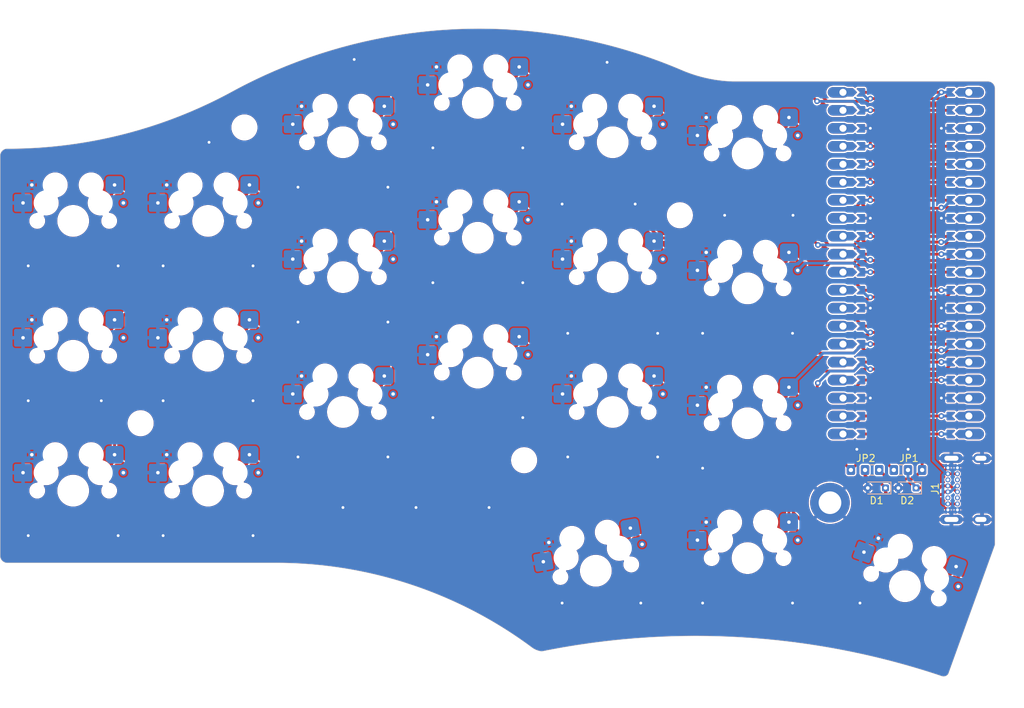
<source format=kicad_pcb>
(kicad_pcb (version 20240108) (generator "pcbnew") (generator_version "8.0")
  (layers (0 "F.Cu" signal) (31 "B.Cu" signal) (34 "B.Paste" user) (35 "F.Paste" user) (36 "B.SilkS" user "B.Silkscreen") (37 "F.SilkS" user "F.Silkscreen") (38 "B.Mask" user) (39 "F.Mask" user) (44 "Edge.Cuts" user))
  (net 0 "")
  (net 1 "SW1")
  (net 2 "SW2")
  (net 3 "SW3")
  (net 4 "GND")
  (net 5 "SW4")
  (net 6 "SW5")
  (net 7 "SW6")
  (net 8 "SW7")
  (net 9 "SW8")
  (net 10 "SW9")
  (net 11 "SW10")
  (net 12 "SW11")
  (net 13 "SW12")
  (net 14 "SW13")
  (net 15 "SW14")
  (net 16 "SW15")
  (net 17 "TX")
  (net 18 "RX")
  (net 23 "D+")
  (net 24 "D-")
  (net 25 "SW17")
  (net 26 "SW18")
  (net 27 "SW16")
  (net 28 "SW19")
  (net 35 "SW20")
  (net 36 "SW21")
  (net 47 "+5V")
  (footprint "local:SW_Hotswap_Kailh_MX_DS_1.00u" (layer "F.Cu") (at 144.4625 97.63125)
    (property "Reference" "SW16")
    (property "Value" "SW_Push")
  )
  (footprint "local:SW_Hotswap_Kailh_MX_DS_1.00u" (layer "F.Cu") (at 144.4625 59.53125)
    (property "Reference" "SW4")
    (property "Value" "SW_Push")
  )
  (footprint "local:R_0805_2012Metric_Pad1.20x1.40mm_Jumper_HandSolder" (layer "F.Cu") (at 204.216 111.379)
    (property "Reference" "JP1")
    (property "Value" "SolderJumper_3_Open")
  )
  (footprint "local:USB_C_Receptacle_JBL" (layer "F.Cu") (at 214.4 114.046 90)
    (property "Reference" "J1")
    (property "Value" "USB_C_Receptacle_USB2.0")
  )
  (footprint "local:SW_Hotswap_Kailh_MX_DS_1.00u" (layer "F.Cu") (at 163.5125 65.0875)
    (property "Reference" "SW5")
    (property "Value" "SW_Push")
  )
  (footprint "local:SW_Hotswap_Kailh_MX_DS_1.00u" (layer "F.Cu") (at 87.3125 76.2)
    (property "Reference" "SW1")
    (property "Value" "SW_Push")
  )
  (footprint "local:SW_Hotswap_Kailh_MX_DS_1.00u" (layer "F.Cu") (at 125.4125 103.1875)
    (property "Reference" "SW15")
    (property "Value" "SW_Push")
  )
  (footprint "local:SW_Hotswap_Kailh_MX_DS_1.00u" (layer "F.Cu") (at 182.5625 66.675)
    (property "Reference" "SW6")
    (property "Value" "SW_Push")
  )
  (footprint "MountingHole:MountingHole_3.2mm_M3_DIN965_Pad" (layer "F.Cu") (at 194.2 116)
    (property "Reference" "H5" (hide yes))
    (property "Value" "MountingHole_Pad")
  )
  (footprint "MountingHole:MountingHole_3.2mm_M3" (layer "F.Cu") (at 151 110)
    (property "Reference" "H4" (hide yes))
    (property "Value" "MountingHole")
  )
  (footprint "local:SW_Hotswap_Kailh_MX_DS_1.00u" (layer "F.Cu") (at 182.5625 104.775)
    (property "Reference" "SW18")
    (property "Value" "SW_Push")
  )
  (footprint "local:RaspberryPi_Pico_Common_Reversable" (layer "F.Cu") (at 204.922091 82.172727)
    (property "Reference" "U1" (hide yes))
    (property "Value" "RaspberryPi_Pico")
  )
  (footprint "local:SW_Hotswap_Kailh_MX_DS_1.00u" (layer "F.Cu") (at 125.4125 65.0875)
    (property "Reference" "SW3")
    (property "Value" "SW_Push")
  )
  (footprint "local:SW_Hotswap_Kailh_MX_DS_1.00u" (layer "F.Cu") (at 163.5125 103.1875)
    (property "Reference" "SW17")
    (property "Value" "SW_Push")
  )
  (footprint "local:SW_Hotswap_Kailh_MX_DS_1.00u" (layer "F.Cu") (at 87.3125 114.3)
    (property "Reference" "SW13")
    (property "Value" "SW_Push")
  )
  (footprint "local:SW_Hotswap_Kailh_MX_DS_1.00u" (layer "F.Cu") (at 106.3625 95.25)
    (property "Reference" "SW8")
    (property "Value" "SW_Push")
  )
  (footprint "local:SW_Hotswap_Kailh_MX_DS_1.00u" (layer "F.Cu") (at 163.5125 84.1375)
    (property "Reference" "SW11")
    (property "Value" "SW_Push")
  )
  (footprint "local:MountingHole_3.2mm_M3" (layer "F.Cu") (at 111.5 63)
    (property "Reference" "H2" (hide yes))
    (property "Value" "MountingHole")
  )
  (footprint "local:SW_Hotswap_Kailh_MX_DS_1.00u" (layer "F.Cu") (at 106.3625 76.2)
    (property "Reference" "SW2")
    (property "Value" "SW_Push")
  )
  (footprint "local:D_SOD-323_TH_HandSoldering" (layer "F.Cu") (at 205.105 113.919 180)
    (property "Reference" "D2")
    (property "Value" "ESD5Zxx")
  )
  (footprint "local:SW_Hotswap_Kailh_MX_DS_1.00u" (layer "F.Cu") (at 125.4125 84.1375)
    (property "Reference" "SW9")
    (property "Value" "SW_Push")
  )
  (footprint "local:SW_Hotswap_Kailh_MX_DS_1.00u" (layer "F.Cu") (at 182.5625 85.725)
    (property "Reference" "SW12")
    (property "Value" "SW_Push")
  )
  (footprint "local:SW_Hotswap_Kailh_MX_DS_1.00u" (layer "F.Cu") (at 161.13125 125.61 10)
    (property "Reference" "SW19")
    (property "Value" "SW_Push")
  )
  (footprint "local:SW_Hotswap_Kailh_MX_DS_1.00u" (layer "F.Cu") (at 182.5625 123.825)
    (property "Reference" "SW20")
    (property "Value" "SW_Push")
  )
  (footprint "local:D_SOD-323_TH_HandSoldering" (layer "F.Cu") (at 200.787 113.919 180)
    (property "Reference" "D1")
    (property "Value" "ESD5Zxx")
  )
  (footprint "local:SW_Hotswap_Kailh_MX_DS_1.00u" (layer "F.Cu") (at 106.3625 114.3)
    (property "Reference" "SW14")
    (property "Value" "SW_Push")
  )
  (footprint "local:R_0805_2012Metric_Pad1.20x1.40mm_Jumper_HandSolder" (layer "F.Cu") (at 200.152 111.379 180)
    (property "Reference" "JP2")
    (property "Value" "SolderJumper_3_Open")
  )
  (footprint "local:SW_Hotswap_Kailh_MX_DS_1.00u" (layer "F.Cu") (at 144.4625 78.58125)
    (property "Reference" "SW10")
    (property "Value" "SW_Push")
  )
  (footprint "local:MountingHole_3.2mm_M3" (layer "F.Cu") (at 173 75.4)
    (property "Reference" "H1" (hide yes))
    (property "Value" "MountingHole")
  )
  (footprint "local:SW_Hotswap_Kailh_MX_DS_1.00u" (layer "F.Cu") (at 204.7875 127.79375 -20)
    (property "Reference" "SW21")
    (property "Value" "SW_Push")
  )
  (footprint "local:MountingHole_3.2mm_M3" (layer "F.Cu") (at 96.8375 104.775)
    (property "Reference" "H3" (hide yes))
    (property "Value" "MountingHole")
  )
  (footprint "local:SW_Hotswap_Kailh_MX_DS_1.00u" (layer "F.Cu") (at 87.3125 95.25)
    (property "Reference" "SW7")
    (property "Value" "SW_Push")
  )
  (gr_arc (start 110 57.8) (mid 94.519524 63.927412) (end 78 66) (stroke (width 0.05)) (layer "Edge.Cuts"))
  (gr_arc (start 180.5 56.5) (mid 176.932547 56.064779) (end 173.5 55) (stroke (width 0.05)) (layer "Edge.Cuts"))
  (gr_arc (start 78 124.5) (mid 77.292893 124.207107) (end 77 123.5) (stroke (width 0.05)) (layer "Edge.Cuts"))
  (gr_arc (start 210.907793 140.188529) (mid 210.506568 140.497778) (end 210 140.5) (stroke (width 0.05)) (layer "Edge.Cuts"))
  (gr_arc (start 153.5 137) (mid 181.980392 135.030817) (end 210 140.5) (stroke (width 0.05)) (layer "Edge.Cuts"))
  (gr_arc (start 153.5 137) (mid 152.740433 136.807446) (end 152.059158 136.4203) (stroke (width 0.05)) (layer "Edge.Cuts"))
  (gr_line (start 78 124.5) (end 116 124.5) (stroke (width 0.05)) (layer "Edge.Cuts"))
  (gr_line (start 210.907793 140.188529) (end 217.5 121.95) (stroke (width 0.05)) (layer "Edge.Cuts"))
  (gr_arc (start 116 124.5) (mid 134.989184 127.557325) (end 152.059158 136.420301) (stroke (width 0.05)) (layer "Edge.Cuts"))
  (gr_arc (start 216.5 56.5) (mid 217.207107 56.792893) (end 217.5 57.5) (stroke (width 0.05)) (layer "Edge.Cuts"))
  (gr_arc (start 77 67) (mid 77.292893 66.292893) (end 78 66) (stroke (width 0.05)) (layer "Edge.Cuts"))
  (gr_line (start 217.5 57.5) (end 217.5 121.95) (stroke (width 0.05)) (layer "Edge.Cuts"))
  (gr_line (start 77 67) (end 77 123.5) (stroke (width 0.05)) (layer "Edge.Cuts"))
  (gr_line (start 180.5 56.5) (end 216.5 56.5) (stroke (width 0.05)) (layer "Edge.Cuts"))
  (gr_arc (start 110 57.8) (mid 141.42879 49.115428) (end 173.5 55) (stroke (width 0.05)) (layer "Edge.Cuts"))
  (segment (start 114.427 67.945) (end 100.1125 67.945) (width 0.4) (layer "F.Cu") (net 1))
  (segment (start 193.783364 59.309) (end 192.272091 57.797727) (width 0.4) (layer "F.Cu") (net 1))
  (segment (start 199.870086 58.928) (end 199.517 59.281086) (width 0.4) (layer "F.Cu") (net 1))
  (segment (start 210.2702 58.928) (end 199.870086 58.928) (width 0.4) (layer "F.Cu") (net 1))
  (segment (start 115.351 59.449) (end 115.351 67.021) (width 0.4) (layer "F.Cu") (net 1))
  (segment (start 94.3975 72.363) (end 93.1545 71.12) (width 0.4) (layer "F.Cu") (net 1))
  (segment (start 137 50.6) (end 130.9 56.7) (width 0.4) (layer "F.Cu") (net 1))
  (segment (start 130.9 56.7) (end 118.1 56.7) (width 0.4) (layer "F.Cu") (net 1))
  (segment (start 118.1 56.7) (end 115.351 59.449) (width 0.4) (layer "F.Cu") (net 1))
  (segment (start 157.797056 56.2) (end 152.197056 50.6) (width 0.4) (layer "F.Cu") (net 1))
  (segment (start 190.951472 57.797727) (end 190.949199 57.8) (width 0.4) (layer "F.Cu") (net 1))
  (segment (start 192.272091 57.797727) (end 190.951472 57.797727) (width 0.4) (layer "F.Cu") (net 1))
  (segment (start 174.297056 57.8) (end 172.697056 56.2) (width 0.4) (layer "F.Cu") (net 1))
  (segment (start 172.697056 56.2) (end 157.797056 56.2) (width 0.4) (layer "F.Cu") (net 1))
  (segment (start 199.517 59.309) (end 193.783364 59.309) (width 0.4) (layer "F.Cu") (net 1))
  (segment (start 152.197056 50.6) (end 137 50.6) (width 0.4) (layer "F.Cu") (net 1))
  (segment (start 190.949199 57.8) (end 174.297056 57.8) (width 0.4) (layer "F.Cu") (net 1))
  (segment (start 211.018091 58.180109) (end 210.2702 58.928) (width 0.4) (layer "F.Cu") (net 1))
  (segment (start 199.517 59.281086) (end 199.517 59.309) (width 0.4) (layer "F.Cu") (net 1))
  (segment (start 100.1125 67.945) (end 94.3975 73.66) (width 0.4) (layer "F.Cu") (net 1))
  (segment (start 94.3975 73.66) (end 94.3975 72.363) (width 0.4) (layer "F.Cu") (net 1))
  (segment (start 115.351 67.021) (end 114.427 67.945) (width 0.4) (layer "F.Cu") (net 1))
  (via (at 199.898 58.928) (size 0.8) (drill 0.4) (layers "F.Cu" "B.Cu") (net 1))
  (segment (start 199.439543 58.928) (end 198.749891 58.238348) (width 0.4) (layer "B.Cu") (net 1))
  (segment (start 199.898 58.928) (end 199.439543 58.928) (width 0.4) (layer "B.Cu") (net 1))
  (segment (start 198.749891 58.238348) (end 198.749891 58.042727) (width 0.4) (layer "B.Cu") (net 1))
  (segment (start 113.4475 73.66) (end 113.4475 72.363) (width 0.4) (layer "F.Cu") (net 2))
  (segment (start 199.853164 60.579) (end 210.860436 60.579) (width 0.4) (layer "F.Cu") (net 2))
  (segment (start 172.448528 56.8) (end 174.048528 58.4) (width 0.4) (layer "F.Cu") (net 2))
  (segment (start 113.4475 73.66) (end 115.951 71.1565) (width 0.4) (layer "F.Cu") (net 2))
  (segment (start 131.2 57.3) (end 137.3 51.2) (width 0.4) (layer "F.Cu") (net 2))
  (segment (start 151.948528 51.2) (end 157.548528 56.8) (width 0.4) (layer "F.Cu") (net 2))
  (segment (start 115.951 59.697528) (end 118.348528 57.3) (width 0.4) (layer "F.Cu") (net 2))
  (segment (start 174.048528 58.4) (end 191.197727 58.4) (width 0.4) (layer "F.Cu") (net 2))
  (segment (start 118.348528 57.3) (end 131.2 57.3) (width 0.4) (layer "F.Cu") (net 2))
  (segment (start 191.472091 58.397727) (end 192.372091 59.297727) (width 0.4) (layer "F.Cu") (net 2))
  (segment (start 157.548528 56.8) (end 172.448528 56.8) (width 0.4) (layer "F.Cu") (net 2))
  (segment (start 191.197727 58.4) (end 191.2 58.397727) (width 0.4) (layer "F.Cu") (net 2))
  (segment (start 137.3 51.2) (end 151.948528 51.2) (width 0.4) (layer "F.Cu") (net 2))
  (segment (start 115.951 71.1565) (end 115.951 59.697528) (width 0.4) (layer "F.Cu") (net 2))
  (segment (start 191.2 58.397727) (end 191.472091 58.397727) (width 0.4) (layer "F.Cu") (net 2))
  (segment (start 199.850891 60.576727) (end 199.853164 60.579) (width 0.4) (layer "F.Cu") (net 2))
  (segment (start 113.4475 72.363) (end 112.2045 71.12) (width 0.4) (layer "F.Cu") (net 2))
  (via (at 199.898 60.579) (size 0.8) (drill 0.4) (layers "F.Cu" "B.Cu") (net 2))
  (via (at 192.372091 59.297727) (size 0.8) (drill 0.4) (layers "F.Cu" "B.Cu") (net 2))
  (segment (start 192.383364 59.309) (end 197.552364 59.309) (width 0.4) (layer "B.Cu") (net 2))
  (segment (start 197.552364 59.309) (end 198.826091 60.582727) (width 0.4) (layer "B.Cu") (net 2))
  (segment (start 192.372091 59.297727) (end 192.383364 59.309) (width 0.4) (layer "B.Cu") (net 2))
  (segment (start 199.844891 60.582727) (end 198.749891 60.582727) (width 0.4) (layer "B.Cu") (net 2))
  (segment (start 199.850891 60.576727) (end 199.844891 60.582727) (width 0.4) (layer "B.Cu") (net 2))
  (segment (start 193.372091 61.697727) (end 193.372091 63.597727) (width 0.4) (layer "F.Cu") (net 3))
  (segment (start 157.3 57.4) (end 172.2 57.4) (width 0.4) (layer "F.Cu") (net 3))
  (segment (start 199.398727 64.397727) (end 199.898 64.897) (width 0.4) (layer "F.Cu") (net 3))
  (segment (start 193.372091 63.597727) (end 194.172091 64.397727) (width 0.4) (layer "F.Cu") (net 3))
  (segment (start 190.674364 59) (end 193.372091 61.697727) (width 0.4) (layer "F.Cu") (net 3))
  (segment (start 199.898 65.659) (end 199.980164 65.659) (width 0.4) (layer "F.Cu") (net 3))
  (segment (start 199.901727 65.662727) (end 199.898 65.659) (width 0.4) (layer "F.Cu") (net 3))
  (segment (start 211.018091 65.662727) (end 199.901727 65.662727) (width 0.4) (layer "F.Cu") (net 3))
  (segment (start 132.4975 62.5475) (end 132.4975 56.851028) (width 0.4) (layer "F.Cu") (net 3))
  (segment (start 151.7 51.8) (end 157.3 57.4) (width 0.4) (layer "F.Cu") (net 3))
  (segment (start 172.2 57.4) (end 173.8 59) (width 0.4) (layer "F.Cu") (net 3))
  (segment (start 199.898 64.897) (end 199.898 65.659) (width 0.4) (layer "F.Cu") (net 3))
  (segment (start 137.548528 51.8) (end 151.7 51.8) (width 0.4) (layer "F.Cu") (net 3))
  (segment (start 132.4975 56.851028) (end 137.548528 51.8) (width 0.4) (layer "F.Cu") (net 3))
  (segment (start 132.4975 62.5475) (end 132.4975 61.2505) (width 0.4) (layer "F.Cu") (net 3))
  (segment (start 173.8 59) (end 190.674364 59) (width 0.4) (layer "F.Cu") (net 3))
  (segment (start 132.4975 61.2505) (end 131.2545 60.0075) (width 0.4) (layer "F.Cu") (net 3))
  (segment (start 194.172091 64.397727) (end 199.398727 64.397727) (width 0.4) (layer "F.Cu") (net 3))
  (via (at 199.898 65.659) (size 0.8) (drill 0.4) (layers "F.Cu" "B.Cu") (net 3))
  (segment (start 199.971891 65.662727) (end 199.977891 65.656727) (width 0.4) (layer "B.Cu") (net 3))
  (segment (start 198.749891 65.662727) (end 199.971891 65.662727) (width 0.4) (layer "B.Cu") (net 3))
  (segment (start 209.931 75.819) (end 211.014364 75.819) (width 0.4) (layer "F.Cu") (net 4))
  (segment (start 209.931 88.510727) (end 211.006091 88.510727) (width 0.4) (layer "F.Cu") (net 4))
  (segment (start 199.971891 75.822727) (end 199.977891 75.816727) (width 0.4) (layer "F.Cu") (net 4))
  (segment (start 209.965391 63.110727) (end 211.006091 63.110727) (width 0.4) (layer "F.Cu") (net 4))
  (segment (start 200.025 101.222727) (end 198.826091 101.222727) (width 0.4) (layer "F.Cu") (net 4))
  (segment (start 199.850891 63.116727) (end 198.832091 63.116727) (width 0.4) (layer "F.Cu") (net 4))
  (segment (start 199.977891 88.516727) (end 198.832091 88.516727) (width 0.4) (layer "F.Cu") (net 4))
  (segment (start 198.826091 75.822727) (end 199.971891 75.822727) (width 0.4) (layer "F.Cu") (net 4))
  (segment (start 209.931 101.219) (end 211.014364 101.219) (width 0.4) (layer "F.Cu") (net 4))
  (via (at 188.9125 130.175) (size 0.8) (drill 0.4) (layers "F.Cu" "B.Cu") (net 4))
  (via (at 209.931 101.219) (size 0.8) (drill 0.4) (layers "F.Cu" "B.Cu") (net 4))
  (via (at 150.8125 103.98125) (size 0.8) (drill 0.4) (layers "F.Cu" "B.Cu") (net 4))
  (via (at 199.898 88.519) (size 0.8) (drill 0.4) (layers "F.Cu" "B.Cu") (net 4))
  (via (at 106.5 65.1) (size 0.8) (drill 0.4) (layers "F.Cu" "B.Cu") (net 4))
  (via (at 125.4125 116.68125) (size 0.8) (drill 0.4) (layers "F.Cu" "B.Cu") (net 4))
  (via (at 119.0625 109.5375) (size 0.8) (drill 0.4) (layers "F.Cu" "B.Cu") (net 4))
  (via (at 119.0625 71.4375) (size 0.8) (drill 0.4) (layers "F.Cu" "B.Cu") (net 4))
  (via (at 131.7625 71.4375) (size 0.8) (drill 0.4) (layers "F.Cu" "B.Cu") (net 4))
  (via (at 112.7125 82.55) (size 0.8) (drill 0.4) (layers "F.Cu" "B.Cu") (net 4))
  (via (at 209.931 88.510727) (size 0.8) (drill 0.4) (layers "F.Cu" "B.Cu") (net 4))
  (via (at 198.4375 130.175) (size 0.8) (drill 0.4) (layers "F.Cu" "B.Cu") (net 4))
  (via (at 100.0125 120.65) (size 0.8) (drill 0.4) (layers "F.Cu" "B.Cu") (net 4))
  (via (at 112.7125 120.65) (size 0.8) (drill 0.4) (layers "F.Cu" "B.Cu") (net 4))
  (via (at 205.232 108.458) (size 0.8) (drill 0.4) (layers "F.Cu" "B.Cu") (net 4))
  (via (at 146.05 116.68125) (size 0.8) (drill 0.4) (layers "F.Cu" "B.Cu") (net 4))
  (via (at 80.9625 120.65) (size 0.8) (drill 0.4) (layers "F.Cu" "B.Cu") (net 4))
  (via (at 157.1625 109.5375) (size 0.8) (drill 0.4) (layers "F.Cu" "B.Cu") (net 4))
  (via (at 93.6625 120.65) (size 0.8) (drill 0.4) (layers "F.Cu" "B.Cu") (net 4))
  (via (at 199.898 75.819) (size 0.8) (drill 0.4) (layers "F.Cu" "B.Cu") (net 4))
  (via (at 119.0625 90.4875) (size 0.8) (drill 0.4) (layers "F.Cu" "B.Cu") (net 4))
  (via (at 209.931 63.119) (size 0.8) (drill 0.4) (layers "F.Cu" "B.Cu") (net 4))
  (via (at 138.1125 65.88125) (size 0.8) (drill 0.4) (layers "F.Cu" "B.Cu") (net 4))
  (via (at 138.1125 84.93125) (size 0.8) (drill 0.4) (layers "F.Cu" "B.Cu") (net 4))
  (via (at 179.324 75.40625) (size 0.8) (drill 0.4) (layers "F.Cu" "B.Cu") (net 4))
  (via (at 169.8625 109.5375) (size 0.8) (drill 0.4) (layers "F.Cu" "B.Cu") (net 4))
  (via (at 80.9625 82.55) (size 0.8) (drill 0.4) (layers "F.Cu" "B.Cu") (net 4))
  (via (at 176.2125 92.075) (size 0.8) (drill 0.4) (layers "F.Cu" "B.Cu") (net 4))
  (via (at 80.9625 101.6) (size 0.8) (drill 0.4) (layers "F.Cu" "B.Cu") (net 4))
  (via (at 197.993 108.458) (size 0.8) (drill 0.4) (layers "F.Cu" "B.Cu") (net 4))
  (via (at 199.898 63.119) (size 0.8) (drill 0.4) (layers "F.Cu" "B.Cu") (net 4))
  (via (at 150.8125 84.93125) (size 0.8) (drill 0.4) (layers "F.Cu" "B.Cu") (net 4))
  (via (at 209.931 75.819) (size 0.8) (drill 0.4) (layers "F.Cu" "B.Cu") (net 4))
  (via (at 100.0125 82.55) (size 0.8) (drill 0.4) (layers "F.Cu" "B.Cu") (net 4))
  (via (at 199.898 101.219) (size 0.8) (drill 0.4) (layers "F.Cu" "B.Cu") (net 4))
  (via (at 112.7125 101.6) (size 0.8) (drill 0.4) (layers "F.Cu" "B.Cu") (net 4))
  (via (at 131.7625 90.4875) (size 0.8) (drill 0.4) (layers "F.Cu" "B.Cu") (net 4))
  (via (at 100.0125 101.6) (size 0.8) (drill 0.4) (layers "F.Cu" "B.Cu") (net 4))
  (via (at 167.48125 130.175) (size 0.8) (drill 0.4) (layers "F.Cu" "B.Cu") (net 4))
  (via (at 156.36875 130.175) (size 0.8) (drill 0.4) (layers "F.Cu" "B.Cu") (net 4))
  (via (at 169.8625 92.075) (size 0.8) (drill 0.4) (layers "F.Cu" "B.Cu") (net 4))
  (via (at 156.36875 73.81875) (size 0.8) (drill 0.4) (layers "F.Cu" "B.Cu") (net 4))
  (via (at 166.6875 73.81875) (size 0.8) (drill 0.4) (layers "F.Cu" "B.Cu") (net 4))
  (via (at 127 53.4) (size 0.8) (drill 0.4) (layers "F.Cu" "B.Cu") (net 4))
  (via (at 135.73125 116.68125) (size 0.8) (drill 0.4) (layers "F.Cu" "B.Cu") (net 4))
  (via (at 188.976 75.40625) (size 0.8) (drill 0.4) (layers "F.Cu" "B.Cu") (net 4))
  (via (at 162.71875 53.8) (size 0.8) (drill 0.4) (layers "F.Cu" "B.Cu") (net 4))
  (via (at 150.8125 65.88125) (size 0.8) (drill 0.4) (layers "F.Cu" "B.Cu") (net 4))
  (via (at 176.2125 130.175) (size 0.8) (drill 0.4) (layers "F.Cu" "B.Cu") (net 4))
  (via (at 157.1625 92.075) (size 0.8) (drill 0.4) (layers "F.Cu" "B.Cu") (net 4))
  (via (at 188.9125 92.075) (size 0.8) (drill 0.4) (layers "F.Cu" "B.Cu") (net 4))
  (via (at 176.2125 111.125) (size 0.8) (drill 0.4) (layers "F.Cu" "B.Cu") (net 4))
  (via (at 91.28125 101.6) (size 0.8) (drill 0.4) (layers "F.Cu" "B.Cu") (net 4))
  (via (at 131.7625 109.5375) (size 0.8) (drill 0.4) (layers "F.Cu" "B.Cu") (net 4))
  (via (at 138.1125 103.98125) (size 0.8) (drill 0.4) (layers "F.Cu" "B.Cu") (net 4))
  (via (at 93.6625 82.55) (size 0.8) (drill 0.4) (layers "F.Cu" "B.Cu") (net 4))
  (segment (start 209.934727 101.222727) (end 209.931 101.219) (width 0.4) (layer "B.Cu") (net 4))
  (segment (start 209.862391 75.810727) (end 209.850391 75.822727) (width 0.4) (layer "B.Cu") (net 4))
  (segment (start 209.965391 63.110727) (end 209.959391 63.116727) (width 0.4) (layer "B.Cu") (net 4))
  (segment (start 210.854391 88.510727) (end 209.931 88.510727) (width 0.4) (layer "B.Cu") (net 4))
  (segment (start 199.844891 63.122727) (end 199.850891 63.116727) (width 0.4) (layer "B.Cu") (net 4))
  (segment (start 198.834891 75.816727) (end 199.977891 75.816727) (width 0.4) (layer "B.Cu") (net 4))
  (segment (start 209.931 75.819) (end 211.014364 75.819) (width 0.4) (layer "B.Cu") (net 4))
  (segment (start 198.749891 63.122727) (end 199.844891 63.122727) (width 0.4) (layer "B.Cu") (net 4))
  (segment (start 211.018091 101.222727) (end 209.934727 101.222727) (width 0.4) (layer "B.Cu") (net 4))
  (segment (start 209.971391 63.116727) (end 211.066391 63.116727) (width 0.4) (layer "B.Cu") (net 4))
  (segment (start 198.826091 101.222727) (end 200.025 101.222727) (width 0.4) (layer "B.Cu") (net 4))
  (segment (start 209.965391 63.110727) (end 209.971391 63.116727) (width 0.4) (layer "B.Cu") (net 4))
  (segment (start 198.961891 88.516727) (end 199.977891 88.516727) (width 0.4) (layer "B.Cu") (net 4))
  (segment (start 199.850891 63.116727) (end 199.856891 63.122727) (width 0.4) (layer "B.Cu") (net 4))
  (segment (start 151.5475 55.69425) (end 150.3045 54.45125) (width 0.4) (layer "F.Cu") (net 5))
  (segment (start 176.407722 70.1) (end 191.874364 70.1) (width 0.4) (layer "F.Cu") (net 5))
  (segment (start 156.6625 68.8625) (end 175.170222 68.8625) (width 0.4) (layer "F.Cu") (net 5))
  (segment (start 199.984418 73.279) (end 210.996236 73.279) (width 0.4) (layer "F.Cu") (net 5))
  (segment (start 191.874364 70.1) (end 193.772091 71.997727) (width 0.4) (layer "F.Cu") (net 5))
  (segment (start 199.898 72.637651) (end 199.898 73.279) (width 0.4) (layer "F.Cu") (net 5))
  (segment (start 199.258076 71.997727) (end 199.898 72.637651) (width 0.4) (layer "F.Cu") (net 5))
  (segment (start 175.170222 68.8625) (end 176.407722 70.1) (width 0.4) (layer "F.Cu") (net 5))
  (segment (start 151.5475 56.99125) (end 151.5475 63.7475) (width 0.4) (layer "F.Cu") (net 5))
  (segment (start 151.5475 56.99125) (end 151.5475 55.69425) (width 0.4) (layer "F.Cu") (net 5))
  (segment (start 193.772091 71.997727) (end 199.258076 71.997727) (width 0.4) (layer "F.Cu") (net 5))
  (segment (start 151.5475 63.7475) (end 156.6625 68.8625) (width 0.4) (layer "F.Cu") (net 5))
  (via (at 199.898 73.279) (size 0.8) (drill 0.4) (layers "F.Cu" "B.Cu") (net 5))
  (segment (start 198.834891 73.276727) (end 199.977891 73.276727) (width 0.4) (layer "B.Cu") (net 5))
  (segment (start 170.5975 62.5475) (end 170.5975 61.2505) (width 0.4) (layer "F.Cu") (net 6))
  (segment (start 170.5975 64.9975) (end 173.8625 68.2625) (width 0.4) (layer "F.Cu") (net 6))
  (segment (start 199.294 69.5) (end 199.898 70.104) (width 0.4) (layer "F.Cu") (net 6))
  (segment (start 176.65625 69.5) (end 199.294 69.5) (width 0.4) (layer "F.Cu") (net 6))
  (segment (start 199.984418 70.739) (end 210.937629 70.739) (width 0.4) (layer "F.Cu") (net 6))
  (segment (start 170.5975 61.2505) (end 169.3545 60.0075) (width 0.4) (layer "F.Cu") (net 6))
  (segment (start 199.898 70.104) (end 199.898 70.739) (width 0.4) (layer "F.Cu") (net 6))
  (segment (start 173.8625 68.2625) (end 175.41875 68.2625) (width 0.4) (layer "F.Cu") (net 6))
  (segment (start 175.41875 68.2625) (end 176.65625 69.5) (width 0.4) (layer "F.Cu") (net 6))
  (segment (start 170.5975 62.5475) (end 170.5975 64.9975) (width 0.4) (layer "F.Cu") (net 6))
  (via (at 199.898 70.739) (size 0.8) (drill 0.4) (layers "F.Cu" "B.Cu") (net 6))
  (segment (start 198.834891 70.736727) (end 199.977891 70.736727) (width 0.4) (layer "B.Cu") (net 6))
  (segment (start 189.6475 62.838) (end 188.4045 61.595) (width 0.4) (layer "F.Cu") (net 7))
  (segment (start 199.977891 68.196727) (end 199.980164 68.199) (width 0.4) (layer "F.Cu") (net 7))
  (segment (start 199.980164 68.199) (end 210.987436 68.199) (width 0.4) (layer "F.Cu") (net 7))
  (segment (start 199.898 67.564) (end 199.898 68.199) (width 0.4) (layer "F.Cu") (net 7))
  (segment (start 193.615864 66.929) (end 199.263 66.929) (width 0.4) (layer "F.Cu") (net 7))
  (segment (start 199.263 66.929) (end 199.898 67.564) (width 0.4) (layer "F.Cu") (net 7))
  (segment (start 190.819591 64.132727) (end 193.615864 66.929) (width 0.4) (layer "F.Cu") (net 7))
  (via (at 199.898 68.199) (size 0.8) (drill 0.4) (layers "F.Cu" "B.Cu") (net 7))
  (segment (start 198.749891 68.202727) (end 199.971891 68.202727) (width 0.4) (layer "B.Cu") (net 7))
  (segment (start 199.971891 68.202727) (end 199.977891 68.196727) (width 0.4) (layer "B.Cu") (net 7))
  (segment (start 119 74.7) (end 130.751472 74.7) (width 0.4) (layer "F.Cu") (net 8))
  (segment (start 135.988972 69.4625) (end 174.7455 69.4625) (width 0.4) (layer "F.Cu") (net 8))
  (segment (start 194.149 74.549) (end 197.559818 74.549) (width 0.4) (layer "F.Cu") (net 8))
  (segment (start 197.559818 74.549) (end 198.826091 73.282727) (width 0.4) (layer "F.Cu") (net 8))
  (segment (start 115.1 83.4) (end 115.1 78.6) (width 0.4) (layer "F.Cu") (net 8))
  (segment (start 115.1 78.6) (end 119 74.7) (width 0.4) (layer "F.Cu") (net 8))
  (segment (start 209.931 74.321118) (end 209.830118 74.422) (width 0.4) (layer "F.Cu") (net 8))
  (segment (start 130.751472 74.7) (end 135.988972 69.4625) (width 0.4) (layer "F.Cu") (net 8))
  (segment (start 199.3265 74.422) (end 198.826091 73.921591) (width 0.4) (layer "F.Cu") (net 8))
  (segment (start 111.1 87.4) (end 115.1 83.4) (width 0.4) (layer "F.Cu") (net 8))
  (segment (start 94.3975 91.413) (end 93.1545 90.17) (width 0.4) (layer "F.Cu") (net 8))
  (segment (start 209.830118 74.422) (end 199.3265 74.422) (width 0.4) (layer "F.Cu") (net 8))
  (segment (start 94.3975 89.6025) (end 96.6 87.4) (width 0.4) (layer "F.Cu") (net 8))
  (segment (start 191.664836 70.739) (end 193.294 72.368164) (width 0.4) (layer "F.Cu") (net 8))
  (segment (start 96.6 87.4) (end 111.1 87.4) (width 0.4) (layer "F.Cu") (net 8))
  (segment (start 198.826091 73.921591) (end 198.826091 73.282727) (width 0.4) (layer "F.Cu") (net 8))
  (segment (start 193.294 72.368164) (end 193.294 73.694) (width 0.4) (layer "F.Cu") (net 8))
  (segment (start 193.294 73.694) (end 194.149 74.549) (width 0.4) (layer "F.Cu") (net 8))
  (segment (start 174.7455 69.4625) (end 176.022 70.739) (width 0.4) (layer "F.Cu") (net 8))
  (segment (start 176.022 70.739) (end 191.664836 70.739) (width 0.4) (layer "F.Cu") (net 8))
  (segment (start 94.3975 92.71) (end 94.3975 89.6025) (width 0.4) (layer "F.Cu") (net 8))
  (segment (start 94.3975 92.71) (end 94.3975 91.413) (width 0.4) (layer "F.Cu") (net 8))
  (via (at 209.931 74.321118) (size 0.8) (drill 0.4) (layers "F.Cu" "B.Cu") (net 8))
  (segment (start 209.931 74.321118) (end 210.285882 74.321118) (width 0.4) (layer "B.Cu") (net 8))
  (segment (start 210.285882 74.321118) (end 210.981391 73.625609) (width 0.4) (layer "B.Cu") (net 8))
  (segment (start 210.981391 73.625609) (end 210.981391 73.270727) (width 0.4) (layer "B.Cu") (net 8))
  (segment (start 113.4475 92.71) (end 115.7 90.4575) (width 0.4) (layer "F.Cu") (net 9))
  (segment (start 113.4475 92.71) (end 113.4475 91.413) (width 0.4) (layer "F.Cu") (net 9))
  (segment (start 191.416308 71.339) (end 192.694 72.616692) (width 0.4) (layer "F.Cu") (net 9))
  (segment (start 199.973909 78.397727) (end 210.957509 78.397727) (width 0.4) (layer "F.Cu") (net 9))
  (segment (start 199.9598 78.383618) (end 199.973909 78.397727) (width 0.4) (layer "F.Cu") (net 9))
  (segment (start 115.7 78.848528) (end 119.248528 75.3) (width 0.4) (layer "F.Cu") (net 9))
  (segment (start 199.898 77.717651) (end 199.898 78.359) (width 0.4) (layer "F.Cu") (net 9))
  (segment (start 119.248528 75.3) (end 131 75.3) (width 0.4) (layer "F.Cu") (net 9))
  (segment (start 194.056 77.089) (end 199.269349 77.089) (width 0.4) (layer "F.Cu") (net 9))
  (segment (start 192.694 73.942528) (end 193.421 74.669528) (width 0.4) (layer "F.Cu") (net 9))
  (segment (start 113.4475 91.413) (end 112.2045 90.17) (width 0.4) (layer "F.Cu") (net 9))
  (segment (start 192.694 72.616692) (end 192.694 73.942528) (width 0.4) (layer "F.Cu") (net 9))
  (segment (start 199.269349 77.089) (end 199.898 77.717651) (width 0.4) (layer "F.Cu") (net 9))
  (segment (start 174.2025 70.0625) (end 175.479 71.339) (width 0.4) (layer "F.Cu") (net 9))
  (segment (start 193.421 74.669528) (end 193.421 76.454) (width 0.4) (layer "F.Cu") (net 9))
  (segment (start 175.479 71.339) (end 191.416308 71.339) (width 0.4) (layer "F.Cu") (net 9))
  (segment (start 115.7 90.4575) (end 115.7 78.848528) (width 0.4) (layer "F.Cu") (net 9))
  (segment (start 131 75.3) (end 136.2375 70.0625) (width 0.4) (layer "F.Cu") (net 9))
  (segment (start 136.2375 70.0625) (end 174.2025 70.0625) (width 0.4) (layer "F.Cu") (net 9))
  (segment (start 193.421 76.454) (end 194.056 77.089) (width 0.4) (layer "F.Cu") (net 9))
  (via (at 199.898 78.359) (size 0.8) (drill 0.4) (layers "F.Cu" "B.Cu") (net 9))
  (segment (start 198.834891 78.356727) (end 199.977891 78.356727) (width 0.4) (layer "B.Cu") (net 9))
  (segment (start 136.486028 70.6625) (end 173.953972 70.6625) (width 0.4) (layer "F.Cu") (net 10))
  (segment (start 198.826091 78.938091) (end 198.826091 78.362727) (width 0.4) (layer "F.Cu") (net 10))
  (segment (start 132.4975 74.651028) (end 136.486028 70.6625) (width 0.4) (layer "F.Cu") (net 10))
  (segment (start 175.230472 71.939) (end 191.16778 71.939) (width 0.4) (layer "F.Cu") (net 10))
  (segment (start 132.4975 81.5975) (end 132.4975 80.3005) (width 0.4) (layer "F.Cu") (net 10))
  (segment (start 192.094 74.191056) (end 192.821 74.918056) (width 0.4) (layer "F.Cu") (net 10))
  (segment (start 197.588818 79.6) (end 198.826091 78.362727) (width 0.4) (layer "F.Cu") (net 10))
  (segment (start 132.4975 81.5975) (end 132.4975 74.651028) (width 0.4) (layer "F.Cu") (net 10))
  (segment (start 132.4975 80.3005) (end 131.2545 79.0575) (width 0.4) (layer "F.Cu") (net 10))
  (segment (start 209.905863 79.197727) (end 199.085727 79.197727) (width 0.4) (layer "F.Cu") (net 10))
  (segment (start 192.821 78.394) (end 194.027 79.6) (width 0.4) (layer "F.Cu") (net 10))
  (segment (start 192.094 72.86522) (end 192.094 74.191056) (width 0.4) (layer "F.Cu") (net 10))
  (segment (start 191.16778 71.939) (end 192.094 72.86522) (width 0.4) (layer "F.Cu") (net 10))
  (segment (start 199.085727 79.197727) (end 198.826091 78.938091) (width 0.4) (layer "F.Cu") (net 10))
  (segment (start 192.821 74.918056) (end 192.821 78.394) (width 0.4) (layer "F.Cu") (net 10))
  (segment (start 173.953972 70.6625) (end 175.230472 71.939) (width 0.4) (layer "F.Cu") (net 10))
  (segment (start 194.027 79.6) (end 197.588818 79.6) (width 0.4) (layer "F.Cu") (net 10))
  (via (at 209.905863 79.197727) (size 0.8) (drill 0.4) (layers "F.Cu" "B.Cu") (net 10))
  (segment (start 210.489273 79.197727) (end 210.981391 78.705609) (width 0.4) (layer "B.Cu") (net 10))
  (segment (start 210.981391 78.705609) (end 210.981391 78.399427) (width 0.4) (layer "B.Cu") (net 10))
  (segment (start 209.905863 79.197727) (end 210.489273 79.197727) (width 0.4) (layer "B.Cu") (net 10))
  (segment (start 211 81.481) (end 211 80.973) (width 0.4) (layer "F.Cu") (net 11))
  (segment (start 191.513 78.613) (end 170.182793 78.613) (width 0.4) (layer "F.Cu") (net 11))
  (segment (start 199.987 81.788) (end 210.693 81.788) (width 0.4) (layer "F.Cu") (net 11))
  (segment (start 151.5475 76.04125) (end 151.5475 74.74425) (width 0.4) (layer "F.Cu") (net 11))
  (segment (start 210.693 81.788) (end 211 81.481) (width 0.4) (layer "F.Cu") (net 11))
  (segment (start 192.5 79.6) (end 191.513 78.613) (width 0.4) (layer "F.Cu") (net 11))
  (segment (start 199.898 81.699) (end 199.987 81.788) (width 0.4) (layer "F.Cu") (net 11))
  (segment (start 170.182793 78.613) (end 167.969793 76.4) (width 0.4) (layer "F.Cu") (net 11))
  (segment (start 151.5475 74.74425) (end 150.3045 73.50125) (width 0.4) (layer "F.Cu") (net 11))
  (segment (start 167.969793 76.4) (end 151.90625 76.4) (width 0.4) (layer "F.Cu") (net 11))
  (via (at 199.898 81.699) (size 0.8) (drill 0.4) (layers "F.Cu" "B.Cu") (net 11))
  (via (at 192.5 79.6) (size 0.8) (drill 0.4) (layers "F.Cu" "B.Cu") (net 11))
  (segment (start 197.523364 79.6) (end 198.826091 80.902727) (width 0.4) (layer "B.Cu") (net 11))
  (segment (start 198.834891 81.105891) (end 198.834891 80.896727) (width 0.4) (layer "B.Cu") (net 11))
  (segment (start 199.898 81.699) (end 199.428 81.699) (width 0.4) (layer "B.Cu") (net 11))
  (segment (start 192.5 79.6) (end 197.523364 79.6) (width 0.4) (layer "B.Cu") (net 11))
  (segment (start 199.428 81.699) (end 198.834891 81.105891) (width 0.4) (layer "B.Cu") (net 11))
  (segment (start 174.498 88.138) (end 174.535 88.175) (width 0.4) (layer "F.Cu") (net 12))
  (segment (start 174.535 88.175) (end 191.432944 88.175) (width 0.4) (layer "F.Cu") (net 12))
  (segment (start 174.117 88.138) (end 174.498 88.138) (width 0.4) (layer "F.Cu") (net 12))
  (segment (start 192.694 86.913944) (end 192.694 85.222472) (width 0.4) (layer "F.Cu") (net 12))
  (segment (start 194.16622 82.169) (end 197.559818 82.169) (width 0.4) (layer "F.Cu") (net 12))
  (segment (start 193.421 84.495472) (end 193.421 82.91422) (width 0.4) (layer "F.Cu") (net 12))
  (segment (start 170.5975 84.6185) (end 174.117 88.138) (width 0.4) (layer "F.Cu") (net 12))
  (segment (start 193.421 82.91422) (end 194.16622 82.169) (width 0.4) (layer "F.Cu") (net 12))
  (segment (start 170.5975 80.3005) (end 169.3545 79.0575) (width 0.4) (layer "F.Cu") (net 12))
  (segment (start 209.931 80.890727) (end 209.922727 80.899) (width 0.4) (layer "F.Cu") (net 12))
  (segment (start 209.922727 80.899) (end 198.829818 80.899) (width 0.4) (layer "F.Cu") (net 12))
  (segment (start 197.559818 82.169) (end 198.826091 80.902727) (width 0.4) (layer "F.Cu") (net 12))
  (segment (start 191.432944 88.175) (end 192.694 86.913944) (width 0.4) (layer "F.Cu") (net 12))
  (segment (start 192.694 85.222472) (end 193.421 84.495472) (width 0.4) (layer "F.Cu") (net 12))
  (segment (start 170.5975 81.5975) (end 170.5975 80.3005) (width 0.4) (layer "F.Cu") (net 12))
  (segment (start 170.5975 81.5975) (end 170.5975 84.6185) (width 0.4) (layer "F.Cu") (net 12))
  (via (at 209.931 80.890727) (size 0.8) (drill 0.4) (layers "F.Cu" "B.Cu") (net 12))
  (segment (start 210.981391 80.890727) (end 209.931 80.890727) (width 0.4) (layer "B.Cu") (net 12))
  (segment (start 189.6475 81.888) (end 188.4045 80.645) (width 0.4) (layer "F.Cu") (net 13))
  (segment (start 199.985982 83.439) (end 211.014364 83.439) (width 0.4) (layer "F.Cu") (net 13))
  (via (at 199.898 83.439) (size 0.8) (drill 0.4) (layers "F.Cu" "B.Cu") (net 13))
  (segment (start 197.552364 82.169) (end 198.826091 83.442727) (width 0.4) (layer "B.Cu") (net 13))
  (segment (start 189.6475 83.185) (end 190.6635 82.169) (width 0.4) (layer "B.Cu") (net 13))
  (segment (start 198.961891 83.436727) (end 199.977891 83.436727) (width 0.4) (layer "B.Cu") (net 13))
  (segment (start 190.6635 82.169) (end 197.552364 82.169) (width 0.4) (layer "B.Cu") (net 13))
  (segment (start 123.738472 88.773) (end 170.417685 88.773) (width 0.4) (layer "F.Cu") (net 14))
  (segment (start 170.419685 88.775) (end 191.681472 88.775) (width 0.4) (layer "F.Cu") (net 14))
  (segment (start 193.294 87.162472) (end 193.294 85.471) (width 0.4) (layer "F.Cu") (net 14))
  (segment (start 209.931 85.979) (end 209.912273 85.997727) (width 0.4) (layer "F.Cu") (net 14))
  (segment (start 94.3975 110.463) (end 93.1545 109.22) (width 0.4) (layer "F.Cu") (net 14))
  (segment (start 96.032264 100.055736) (end 112.455736 100.055736) (width 0.4) (layer "F.Cu") (net 14))
  (segment (start 191.681472 88.775) (end 193.294 87.162472) (width 0.4) (layer "F.Cu") (net 14))
  (segment (start 209.912273 85.997727) (end 198.841091 85.997727) (width 0.4) (layer "F.Cu") (net 14))
  (segment (start 193.294 85.471) (end 194.056 84.709) (width 0.4) (layer "F.Cu") (net 14))
  (segment (start 197.552364 84.709) (end 198.826091 85.982727) (width 0.4) (layer "F.Cu") (net 14))
  (segment (start 170.417685 88.773) (end 170.419685 88.775) (width 0.4) (layer "F.Cu") (net 14))
  (segment (start 112.455736 100.055736) (end 123.738472 88.773) (width 0.4) (layer "F.Cu") (net 14))
  (segment (start 93.1545 102.9335) (end 96.032264 100.055736) (width 0.4) (layer "F.Cu") (net 14))
  (segment (start 94.3975 111.76) (end 94.84 111.76) (width 0.4) (layer "F.Cu") (net 14))
  (segment (start 94.3975 111.76) (end 94.3975 110.463) (width 0.4) (layer "F.Cu") (net 14))
  (segment (start 93.1545 109.22) (end 93.1545 102.9335) (width 0.4) (layer "F.Cu") (net 14))
  (segment (start 194.056 84.709) (end 197.552364 84.709) (width 0.4) (layer "F.Cu") (net 14))
  (via (at 209.931 85.979) (size 0.8) (drill 0.4) (layers "F.Cu" "B.Cu") (net 14))
  (segment (start 209.934727 85.982727) (end 209.931 85.979) (width 0.4) (layer "B.Cu") (net 14))
  (segment (start 211.018091 85.982727) (end 209.934727 85.982727) (width 0.4) (layer "B.Cu") (net 14))
  (segment (start 115.824 97.536) (end 115.824 109.3835) (width 0.4) (layer "F.Cu") (net 15))
  (segment (start 211 86.561) (end 210.606382 86.954618) (width 0.4) (layer "F.Cu") (net 15))
  (segment (start 194.056 87.249) (end 191.93 89.375) (width 0.4) (layer "F.Cu") (net 15))
  (segment (start 170.169157 89.373) (end 123.987 89.373) (width 0.4) (layer "F.Cu") (net 15))
  (segment (start 123.987 89.373) (end 115.824 97.536) (width 0.4) (layer "F.Cu") (net 15))
  (segment (start 191.93 89.375) (end 170.171157 89.375) (width 0.4) (layer "F.Cu") (net 15))
  (segment (start 199.633509 87.249) (end 194.056 87.249) (width 0.4) (layer "F.Cu") (net 15))
  (segment (start 113.4475 110.463) (end 112.2045 109.22) (width 0.4) (layer "F.Cu") (net 15))
  (segment (start 211 86.02) (end 211 86.561) (width 0.4) (layer "F.Cu") (net 15))
  (segment (start 199.927891 86.954618) (end 199.633509 87.249) (width 0.4) (layer "F.Cu") (net 15))
  (segment (start 115.824 109.3835) (end 113.4475 111.76) (width 0.4) (layer "F.Cu") (net 15))
  (segment (start 113.4475 111.76) (end 113.4475 110.463) (width 0.4) (layer "F.Cu") (net 15))
  (segment (start 210.606382 86.954618) (end 199.927891 86.954618) (width 0.4) (layer "F.Cu") (net 15))
  (segment (start 170.171157 89.375) (end 170.169157 89.373) (width 0.4) (layer "F.Cu") (net 15))
  (via (at 199.898 86.995) (size 0.8) (drill 0.4) (layers "F.Cu" "B.Cu") (net 15))
  (segment (start 199.771 86.797727) (end 199.446727 86.797727) (width 0.4) (layer "B.Cu") (net 15))
  (segment (start 199.446727 86.797727) (end 198.961891 86.312891) (width 0.4) (layer "B.Cu") (net 15))
  (segment (start 198.961891 86.312891) (end 198.961891 85.988618) (width 0.4) (layer "B.Cu") (net 15))
  (segment (start 132.4975 94.1975) (end 136.72 89.975) (width 0.4) (layer "F.Cu") (net 16))
  (segment (start 209.931 91.050727) (end 209.922727 91.059) (width 0.4) (layer "F.Cu") (net 16))
  (segment (start 132.4975 99.3505) (end 131.2545 98.1075) (width 0.4) (layer "F.Cu") (net 16))
  (segment (start 209.922727 91.059) (end 198.829818 91.059) (width 0.4) (layer "F.Cu") (net 16))
  (segment (start 192.405 89.789) (end 197.552364 89.789) (width 0.4) (layer "F.Cu") (net 16))
  (segment (start 132.4975 100.6475) (end 132.4975 99.3505) (width 0.4) (layer "F.Cu") (net 16))
  (segment (start 197.552364 89.789) (end 198.826091 91.062727) (width 0.4) (layer "F.Cu") (net 16))
  (segment (start 136.72 89.975) (end 192.219 89.975) (width 0.4) (layer "F.Cu") (net 16))
  (segment (start 192.219 89.975) (end 192.405 89.789) (width 0.4) (layer "F.Cu") (net 16))
  (segment (start 132.4975 100.6475) (end 132.4975 94.1975) (width 0.4) (layer "F.Cu") (net 16))
  (via (at 209.931 91.050727) (size 0.8) (drill 0.4) (layers "F.Cu" "B.Cu") (net 16))
  (segment (start 209.931 91.050727) (end 210.854391 91.050727) (width 0.4) (layer "B.Cu") (net 16))
  (segment (start 209.931 106.299) (end 207.899 106.299) (width 0.4) (layer "F.Cu") (net 17))
  (segment (start 201.152 111.379) (end 202.422 112.649) (width 0.4) (layer "F.Cu") (net 17))
  (segment (start 202.422 112.649) (end 205.946 112.649) (width 0.4) (layer "F.Cu") (net 17))
  (segment (start 205.946 112.649) (end 207.216 111.379) (width 0.4) (layer "F.Cu") (net 17))
  (segment (start 207.216 106.299) (end 207.899 106.299) (width 0.4) (layer "F.Cu") (net 17))
  (segment (start 207.216 111.379) (end 207.216 106.299) (width 0.4) (layer "F.Cu") (net 17))
  (segment (start 207.899 106.299) (end 198.829818 106.299) (width 0.4) (layer "F.Cu") (net 17))
  (via (at 209.931 106.299) (size 0.8) (drill 0.4) (layers "F.Cu" "B.Cu") (net 17))
  (segment (start 209.931 106.299) (end 210.973118 106.299) (width 0.4) (layer "B.Cu") (net 17))
  (segment (start 194.056 105.029) (end 197.559818 105.029) (width 0.4) (layer "F.Cu") (net 18))
  (segment (start 203.216 111.379) (end 201.946 110.109) (width 0.4) (layer "F.Cu") (net 18))
  (segment (start 193.294 105.791) (end 194.056 105.029) (width 0.4) (layer "F.Cu") (net 18))
  (segment (start 201.946 110.109) (end 198.422 110.109) (width 0.4) (layer "F.Cu") (net 18))
  (segment (start 197.559818 105.029) (end 198.826091 103.762727) (width 0.4) (layer "F.Cu") (net 18))
  (segment (start 197.152 111.379) (end 193.294 107.521) (width 0.4) (layer "F.Cu") (net 18))
  (segment (start 209.931 103.759) (end 198.829818 103.759) (width 0.4) (layer "F.Cu") (net 18))
  (segment (start 193.294 107.521) (end 193.294 105.791) (width 0.4) (layer "F.Cu") (net 18))
  (segment (start 198.422 110.109) (end 197.152 111.379) (width 0.4) (layer "F.Cu") (net 18))
  (via (at 209.931 103.759) (size 0.8) (drill 0.4) (layers "F.Cu" "B.Cu") (net 18))
  (segment (start 209.939273 103.750727) (end 210.981391 103.750727) (width 0.4) (layer "B.Cu") (net 18))
  (segment (start 209.931 103.759) (end 209.939273 103.750727) (width 0.4) (layer "B.Cu") (net 18))
  (segment (start 202.358 114.855) (end 202.037 114.534) (width 0.4) (layer "F.Cu") (net 23))
  (segment (start 199.771 112.776) (end 199.152 112.157) (width 0.4) (layer "F.Cu") (net 23))
  (segment (start 200.894 112.776) (end 199.771 112.776) (width 0.4) (layer "F.Cu") (net 23))
  (segment (start 202.037 113.919) (end 200.894 112.776) (width 0.4) (layer "F.Cu") (net 23))
  (segment (start 202.037 114.534) (end 202.037 113.919) (width 0.4) (layer "F.Cu") (net 23))
  (segment (start 210.355026 114.471) (end 209.971026 114.855) (width 0.4) (layer "F.Cu") (net 23))
  (segment (start 210.85 114.471) (end 210.355026 114.471) (width 0.4) (layer "F.Cu") (net 23))
  (segment (start 199.152 112.157) (end 199.152 111.379) (width 0.4) (layer "F.Cu") (net 23))
  (segment (start 209.971026 114.855) (end 202.358 114.855) (width 0.4) (layer "F.Cu") (net 23))
  (segment (start 210.85 114.471) (end 211.21005 114.471) (width 0.4) (layer "B.Cu") (net 23))
  (segment (start 212.06005 113.621) (end 212.2 113.621) (width 0.4) (layer "B.Cu") (net 23))
  (segment (start 211.21005 114.471) (end 212.06005 113.621) (width 0.4) (layer "B.Cu") (net 23))
  (segment (start 209.975 113.621) (end 210.85 113.621) (width 0.4) (layer "F.Cu") (net 24))
  (segment (start 209.677 113.919) (end 209.975 113.621) (width 0.4) (layer "F.Cu") (net 24))
  (segment (start 210.85 113.621) (end 211.21005 113.621) (width 0.4) (layer "F.Cu") (net 24))
  (segment (start 211.21005 113.621) (end 212.06005 114.471) (width 0.4) (layer "F.Cu") (net 24))
  (segment (start 212.06005 114.471) (end 212.2 114.471) (width 0.4) (layer "F.Cu") (net 24))
  (segment (start 206.355 113.919) (end 209.677 113.919) (width 0.4) (layer "F.Cu") (net 24))
  (segment (start 205.232 112.649) (end 205.232 112.268) (width 0.4) (layer "B.Cu") (net 24))
  (segment (start 205.232 112.268) (end 205.216 112.252) (width 0.4) (layer "B.Cu") (net 24))
  (segment (start 205.216 112.252) (end 205.216 111.379) (width 0.4) (layer "B.Cu") (net 24))
  (segment (start 206.355 113.772) (end 205.232 112.649) (width 0.4) (layer "B.Cu") (net 24))
  (segment (start 209.931 94.488) (end 199.136 94.488) (width 0.4) (layer "F.Cu") (net 25))
  (segment (start 197.559818 94.869) (end 198.826091 93.602727) (width 0.4) (layer "F.Cu") (net 25))
  (segment (start 198.826091 94.178091) (end 198.826091 93.602727) (width 0.4) (layer "F.Cu") (net 25))
  (segment (start 170.5975 99.3505) (end 169.3545 98.1075) (width 0.4) (layer "F.Cu") (net 25))
  (segment (start 199.136 94.488) (end 198.826091 94.178091) (width 0.4) (layer "F.Cu") (net 25))
  (segment (start 170.5975 100.6475) (end 176.376 94.869) (width 0.4) (layer "F.Cu") (net 25))
  (segment (start 176.376 94.869) (end 197.559818 94.869) (width 0.4) (layer "F.Cu") (net 25))
  (segment (start 170.5975 100.6475) (end 170.5975 99.3505) (width 0.4) (layer "F.Cu") (net 25))
  (via (at 209.931 94.488) (size 0.8) (drill 0.4) (layers "F.Cu" "B.Cu") (net 25))
  (segment (start 210.439 94.488) (end 210.854391 94.072609) (width 0.4) (layer "B.Cu") (net 25))
  (segment (start 209.931 94.488) (end 210.439 94.488) (width 0.4) (layer "B.Cu") (net 25))
  (segment (start 210.854391 94.072609) (end 210.854391 93.590727) (width 0.4) (layer "B.Cu") (net 25))
  (segment (start 189.6475 102.235) (end 189.6475 100.938) (width 0.4) (layer "F.Cu") (net 26))
  (segment (start 189.6475 100.938) (end 188.4045 99.695) (width 0.4) (layer "F.Cu") (net 26))
  (segment (start 199.984418 93.599) (end 210.996236 93.599) (width 0.4) (layer "F.Cu") (net 26))
  (via (at 199.898 93.599) (size 0.8) (drill 0.4) (layers "F.Cu" "B.Cu") (net 26))
  (segment (start 193.2305 94.869) (end 197.559818 94.869) (width 0.4) (layer "B.Cu") (net 26))
  (segment (start 197.559818 94.869) (end 198.826091 93.602727) (width 0.4) (layer "B.Cu") (net 26))
  (segment (start 198.961891 93.596727) (end 199.982145 93.596727) (width 0.4) (layer "B.Cu") (net 26))
  (segment (start 199.982145 93.596727) (end 199.984418 93.599) (width 0.4) (layer "B.Cu") (net 26))
  (segment (start 188.4045 99.695) (end 193.2305 94.869) (width 0.4) (layer "B.Cu") (net 26))
  (segment (start 210.693 91.948) (end 211 91.641) (width 0.4) (layer "F.Cu") (net 27))
  (segment (start 199.517 92.329) (end 193.929 92.329) (width 0.4) (layer "F.Cu") (net 27))
  (segment (start 211 91.641) (end 211 91.133) (width 0.4) (layer "F.Cu") (net 27))
  (segment (start 191.989 94.269) (end 152.36975 94.269) (width 0.4) (layer "F.Cu") (net 27))
  (segment (start 151.5475 93.79425) (end 150.3045 92.55125) (width 0.4) (layer "F.Cu") (net 27))
  (segment (start 193.929 92.329) (end 191.989 94.269) (width 0.4) (layer "F.Cu") (net 27))
  (segment (start 151.5475 95.09125) (end 151.5475 93.79425) (width 0.4) (layer "F.Cu") (net 27))
  (segment (start 199.898 91.948) (end 199.517 92.329) (width 0.4) (layer "F.Cu") (net 27))
  (segment (start 199.898 91.948) (end 210.693 91.948) (width 0.4) (layer "F.Cu") (net 27))
  (via (at 199.898 91.948) (size 0.8) (drill 0.4) (layers "F.Cu" "B.Cu") (net 27))
  (segment (start 199.898 91.948) (end 199.517 91.948) (width 0.4) (layer "B.Cu") (net 27))
  (segment (start 198.961891 91.392891) (end 198.961891 91.056727) (width 0.4) (layer "B.Cu") (net 27))
  (segment (start 199.517 91.948) (end 198.961891 91.392891) (width 0.4) (layer "B.Cu") (net 27))
  (segment (start 191.643 98.806) (end 193.04 97.409) (width 0.4) (layer "F.Cu") (net 28))
  (segment (start 167.667547 121.257907) (end 166.002364 119.592724) (width 0.4) (layer "F.Cu") (net 28))
  (segment (start 193.04 97.409) (end 197.559818 97.409) (width 0.4) (layer "F.Cu") (net 28))
  (segment (start 184.912 106.934) (end 188.468 106.934) (width 0.4) (layer "F.Cu") (net 28))
  (segment (start 188.468 106.934) (end 191.643 103.759) (width 0.4) (layer "F.Cu") (net 28))
  (segment (start 209.931 96.130727) (end 209.922727 96.139) (width 0.4) (layer "F.Cu") (net 28))
  (segment (start 167.667547 121.878291) (end 169.967709 121.878291) (width 0.4) (layer "F.Cu") (net 28))
  (segment (start 191.643 103.759) (end 191.643 98.806) (width 0.4) (layer "F.Cu") (net 28))
  (segment (start 197.559818 97.409) (end 198.826091 96.142727) (width 0.4) (layer "F.Cu") (net 28))
  (segment (start 169.967709 121.878291) (end 184.912 106.934) (width 0.4) (layer "F.Cu") (net 28))
  (segment (start 209.922727 96.139) (end 198.829818 96.139) (width 0.4) (layer "F.Cu") (net 28))
  (via (at 209.931 96.130727) (size 0.8) (drill 0.4) (layers "F.Cu" "B.Cu") (net 28))
  (segment (start 209.931 96.130727) (end 210.981391 96.130727) (width 0.4) (layer "B.Cu") (net 28))
  (segment (start 188.4045 107.846028) (end 188.4045 118.745) (width 0.4) (layer "F.Cu") (net 35))
  (segment (start 211 96.721) (end 211 96.213) (width 0.4) (layer "F.Cu") (net 35))
  (segment (start 192.481686 99.098686) (end 192.405 99.175372) (width 0.4) (layer "F.Cu") (net 35))
  (segment (start 210.582112 97.138888) (end 211 96.721) (width 0.4) (layer "F.Cu") (net 35))
  (segment (start 192.405 99.175372) (end 192.405 103.845528) (width 0.4) (layer "F.Cu") (net 35))
  (segment (start 189.6475 119.988) (end 188.4045 118.745) (width 0.4) (layer "F.Cu") (net 35))
  (segment (start 192.405 103.845528) (end 188.4045 107.846028) (width 0.4) (layer "F.Cu") (net 35))
  (segment (start 189.6475 121.285) (end 189.6475 119.988) (width 0.4) (layer "F.Cu") (net 35))
  (segment (start 199.898 97.138888) (end 210.582112 97.138888) (width 0.4) (layer "F.Cu") (net 35))
  (via (at 192.481686 99.098686) (size 0.8) (drill 0.4) (layers "F.Cu" "B.Cu") (net 35))
  (via (at 199.898 97.138888) (size 0.8) (drill 0.4) (layers "F.Cu" "B.Cu") (net 35))
  (segment (start 192.481686 99.098686) (end 194.171372 97.409) (width 0.4) (layer "B.Cu") (net 35))
  (segment (start 194.171372 97.409) (end 197.559818 97.409) (width 0.4) (layer "B.Cu") (net 35))
  (segment (start 198.834891 96.391761) (end 199.582018 97.138888) (width 0.4) (layer "B.Cu") (net 35))
  (segment (start 199.582018 97.138888) (end 199.898 97.138888) (width 0.4) (layer "B.Cu") (net 35))
  (segment (start 197.559818 97.409) (end 198.826091 96.142727) (width 0.4) (layer "B.Cu") (net 35))
  (segment (start 193.005 101.127) (end 194.183 99.949) (width 0.4) (layer "F.Cu") (net 36))
  (segment (start 189.0045 117.3765) (end 189.0045 108.094556) (width 0.4) (layer "F.Cu") (net 36))
  (segment (start 194.183 99.949) (end 197.559818 99.949) (width 0.4) (layer "F.Cu") (net 36))
  (segment (start 212.313952 127.830143) (end 212.313952 125.317498) (width 0.4) (layer "F.Cu") (net 36))
  (segment (start 209.931 98.679) (end 198.829818 98.679) (width 0.4) (layer "F.Cu") (net 36))
  (segment (start 212.313952 128.652232) (end 209.775184 131.191) (width 0.4) (layer "F.Cu") (net 36))
  (segment (start 209.775184 131.191) (end 202.819 131.191) (width 0.4) (layer "F.Cu") (net 36))
  (segment (start 197.559818 99.949) (end 198.826091 98.682727) (width 0.4) (layer "F.Cu") (net 36))
  (segment (start 193.005 104.094056) (end 193.005 101.127) (width 0.4) (layer "F.Cu") (net 36))
  (segment (start 212.313952 125.317498) (end 212.014647 125.018193) (width 0.4) (layer "F.Cu") (net 36))
  (segment (start 202.819 131.191) (end 189.0045 117.3765) (width 0.4) (layer "F.Cu") (net 36))
  (segment (start 189.0045 108.094556) (end 193.005 104.094056) (width 0.4) (layer "F.Cu") (net 36))
  (via (at 209.931 98.679) (size 0.8) (drill 0.4) (layers "F.Cu" "B.Cu") (net 36))
  (segment (start 209.931 98.679) (end 210.973118 98.679) (width 0.4) (layer "B.Cu") (net 36))
  (segment (start 209.931 58.039) (end 209.927273 58.042727) (width 0.4) (layer "F.Cu") (net 47))
  (segment (start 198.826091 58.042727) (end 209.931 58.039) (width 0.4) (layer "F.Cu") (net 47))
  (segment (start 210.85 111.921) (end 212.2 111.921) (width 0.4) (layer "F.Cu") (net 47))
  (segment (start 210.85 116.171) (end 212.2 116.171) (width 0.4) (layer "F.Cu") (net 47))
  (via (at 209.931 58.039) (size 0.8) (drill 0.4) (layers "F.Cu" "B.Cu") (net 47))
  (segment (start 211.014364 58.039) (end 211.018091 58.042727) (width 0.4) (layer "B.Cu") (net 47))
  (segment (start 209.931 58.039) (end 211.014364 58.039) (width 0.4) (layer "B.Cu") (net 47))
  (segment (start 210.278 116.171) (end 210.15 116.043) (width 0.4) (layer "B.Cu") (net 47))
  (segment (start 210.355026 111.921) (end 210.85 111.921) (width 0.4) (layer "B.Cu") (net 47))
  (segment (start 208.788 59.182) (end 209.931 58.039) (width 0.4) (layer "B.Cu") (net 47))
  (segment (start 210.15 116.043) (end 210.15 112.126026) (width 0.4) (layer "B.Cu") (net 47))
  (segment (start 210.85 116.171) (end 210.278 116.171) (width 0.4) (layer "B.Cu") (net 47))
  (segment (start 210.693 111.921) (end 208.788 110.016) (width 0.4) (layer "B.Cu") (net 47))
  (segment (start 210.85 111.921) (end 210.693 111.921) (width 0.4) (layer "B.Cu") (net 47))
  (segment (start 208.788 109.474) (end 208.788 59.182) (width 0.4) (layer "B.Cu") (net 47))
  (segment (start 210.15 112.126026) (end 210.355026 111.921) (width 0.4) (layer "B.Cu") (net 47))
  (segment (start 208.788 110.016) (end 208.788 109.474) (width 0.4) (layer "B.Cu") (net 47))
  (zone (net 4) (net_name "GND") (layers "F&B.Cu") (priority 1) (connect_pads (clearance 0.2)) (min_thickness 0.2) (fill yes (thermal_gap 0.2) (thermal_bridge_width 0.5))
    (polygon (pts (xy 77 45) (xy 77 145) (xy 220 145) (xy 220 45)))
  )
)
</source>
